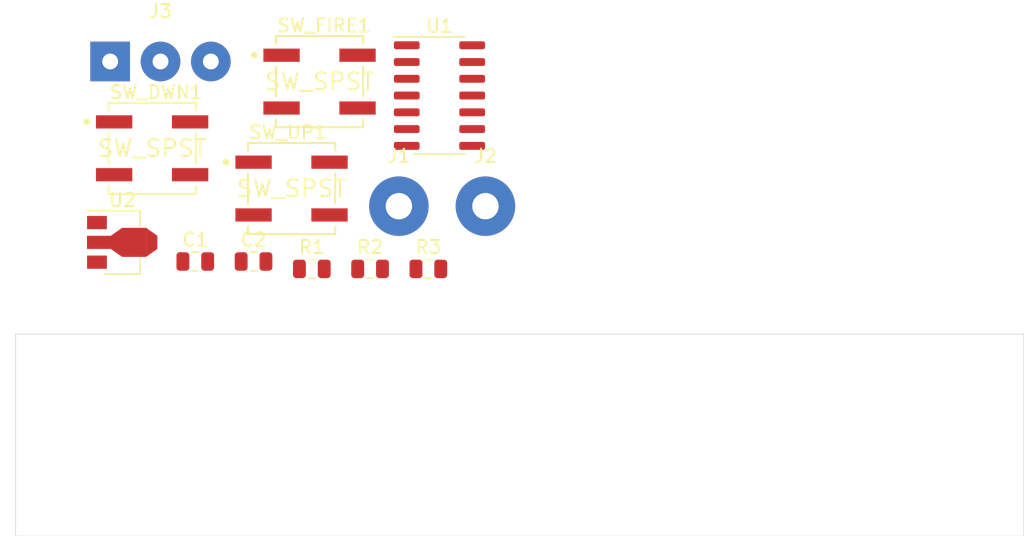
<source format=kicad_pcb>
(kicad_pcb (version 20171130) (host pcbnew "(5.1.5)-3")

  (general
    (thickness 1.6)
    (drawings 4)
    (tracks 0)
    (zones 0)
    (modules 13)
    (nets 16)
  )

  (page A4)
  (layers
    (0 F.Cu signal)
    (31 B.Cu signal)
    (32 B.Adhes user)
    (33 F.Adhes user)
    (34 B.Paste user)
    (35 F.Paste user)
    (36 B.SilkS user)
    (37 F.SilkS user)
    (38 B.Mask user)
    (39 F.Mask user)
    (40 Dwgs.User user)
    (41 Cmts.User user)
    (42 Eco1.User user)
    (43 Eco2.User user)
    (44 Edge.Cuts user)
    (45 Margin user)
    (46 B.CrtYd user)
    (47 F.CrtYd user)
    (48 B.Fab user)
    (49 F.Fab user)
  )

  (setup
    (last_trace_width 0.25)
    (trace_clearance 0.2)
    (zone_clearance 0.508)
    (zone_45_only no)
    (trace_min 0.2)
    (via_size 0.8)
    (via_drill 0.4)
    (via_min_size 0.4)
    (via_min_drill 0.3)
    (uvia_size 0.3)
    (uvia_drill 0.1)
    (uvias_allowed no)
    (uvia_min_size 0.2)
    (uvia_min_drill 0.1)
    (edge_width 0.05)
    (segment_width 0.2)
    (pcb_text_width 0.3)
    (pcb_text_size 1.5 1.5)
    (mod_edge_width 0.12)
    (mod_text_size 1 1)
    (mod_text_width 0.15)
    (pad_size 1.524 1.524)
    (pad_drill 0.762)
    (pad_to_mask_clearance 0.051)
    (solder_mask_min_width 0.25)
    (aux_axis_origin 0 0)
    (visible_elements 7FFFFFFF)
    (pcbplotparams
      (layerselection 0x010fc_ffffffff)
      (usegerberextensions false)
      (usegerberattributes false)
      (usegerberadvancedattributes false)
      (creategerberjobfile false)
      (excludeedgelayer true)
      (linewidth 0.100000)
      (plotframeref false)
      (viasonmask false)
      (mode 1)
      (useauxorigin false)
      (hpglpennumber 1)
      (hpglpenspeed 20)
      (hpglpendiameter 15.000000)
      (psnegative false)
      (psa4output false)
      (plotreference true)
      (plotvalue true)
      (plotinvisibletext false)
      (padsonsilk false)
      (subtractmaskfromsilk false)
      (outputformat 1)
      (mirror false)
      (drillshape 1)
      (scaleselection 1)
      (outputdirectory ""))
  )

  (net 0 "")
  (net 1 +8V)
  (net 2 +5V)
  (net 3 "Net-(U1-Pad3)")
  (net 4 LED)
  (net 5 "Net-(U1-Pad5)")
  (net 6 SW_DOWN)
  (net 7 "Net-(U1-Pad13)")
  (net 8 "Net-(U1-Pad8)")
  (net 9 "Net-(U1-Pad7)")
  (net 10 "Net-(U1-Pad6)")
  (net 11 "Net-(U1-Pad4)")
  (net 12 "Net-(U1-Pad2)")
  (net 13 GND)
  (net 14 SW_FIRE)
  (net 15 SW_UP)

  (net_class Default "This is the default net class."
    (clearance 0.2)
    (trace_width 0.25)
    (via_dia 0.8)
    (via_drill 0.4)
    (uvia_dia 0.3)
    (uvia_drill 0.1)
    (add_net +5V)
    (add_net +8V)
    (add_net GND)
    (add_net LED)
    (add_net "Net-(U1-Pad13)")
    (add_net "Net-(U1-Pad2)")
    (add_net "Net-(U1-Pad3)")
    (add_net "Net-(U1-Pad4)")
    (add_net "Net-(U1-Pad5)")
    (add_net "Net-(U1-Pad6)")
    (add_net "Net-(U1-Pad7)")
    (add_net "Net-(U1-Pad8)")
    (add_net SW_DOWN)
    (add_net SW_FIRE)
    (add_net SW_UP)
  )

  (module Package_TO_SOT_SMD:SOT-89-3 (layer F.Cu) (tedit 5A02FF57) (tstamp 601F2257)
    (at 24.54 35.05)
    (descr SOT-89-3)
    (tags SOT-89-3)
    (path /601A3456)
    (attr smd)
    (fp_text reference U2 (at 0.45 -3.2) (layer F.SilkS)
      (effects (font (size 1 1) (thickness 0.15)))
    )
    (fp_text value MCP1703A-3002_SOT89 (at 0.45 3.25) (layer F.Fab)
      (effects (font (size 1 1) (thickness 0.15)))
    )
    (fp_line (start -2.48 2.55) (end -2.48 -2.55) (layer F.CrtYd) (width 0.05))
    (fp_line (start -2.48 2.55) (end 3.23 2.55) (layer F.CrtYd) (width 0.05))
    (fp_line (start 3.23 -2.55) (end -2.48 -2.55) (layer F.CrtYd) (width 0.05))
    (fp_line (start 3.23 -2.55) (end 3.23 2.55) (layer F.CrtYd) (width 0.05))
    (fp_line (start -0.13 -2.3) (end 1.68 -2.3) (layer F.Fab) (width 0.1))
    (fp_line (start -0.92 2.3) (end -0.92 -1.51) (layer F.Fab) (width 0.1))
    (fp_line (start 1.68 2.3) (end -0.92 2.3) (layer F.Fab) (width 0.1))
    (fp_line (start 1.68 -2.3) (end 1.68 2.3) (layer F.Fab) (width 0.1))
    (fp_line (start -0.92 -1.51) (end -0.13 -2.3) (layer F.Fab) (width 0.1))
    (fp_line (start 1.78 -2.4) (end 1.78 -1.2) (layer F.SilkS) (width 0.12))
    (fp_line (start -2.22 -2.4) (end 1.78 -2.4) (layer F.SilkS) (width 0.12))
    (fp_line (start 1.78 2.4) (end -0.92 2.4) (layer F.SilkS) (width 0.12))
    (fp_line (start 1.78 1.2) (end 1.78 2.4) (layer F.SilkS) (width 0.12))
    (fp_text user %R (at 0.38 0 90) (layer F.Fab)
      (effects (font (size 0.6 0.6) (thickness 0.09)))
    )
    (pad 2 smd trapezoid (at -0.0762 0 90) (size 1.5 1) (rect_delta 0 0.7 ) (layers F.Cu F.Paste F.Mask)
      (net 1 +8V))
    (pad 2 smd rect (at 1.3335 0 270) (size 2.2 1.84) (layers F.Cu F.Paste F.Mask)
      (net 1 +8V))
    (pad 3 smd rect (at -1.48 1.5 270) (size 1 1.5) (layers F.Cu F.Paste F.Mask)
      (net 2 +5V))
    (pad 2 smd rect (at -1.3335 0 270) (size 1 1.8) (layers F.Cu F.Paste F.Mask)
      (net 1 +8V))
    (pad 1 smd rect (at -1.48 -1.5 270) (size 1 1.5) (layers F.Cu F.Paste F.Mask)
      (net 13 GND))
    (pad 2 smd trapezoid (at 2.667 0 270) (size 1.6 0.85) (rect_delta 0 0.6 ) (layers F.Cu F.Paste F.Mask)
      (net 1 +8V))
    (model ${KISYS3DMOD}/Package_TO_SOT_SMD.3dshapes/SOT-89-3.wrl
      (at (xyz 0 0 0))
      (scale (xyz 1 1 1))
      (rotate (xyz 0 0 0))
    )
  )

  (module Package_SO:SOIC-14_3.9x8.7mm_P1.27mm (layer F.Cu) (tedit 5D9F72B1) (tstamp 601F223F)
    (at 48.98 23.93)
    (descr "SOIC, 14 Pin (JEDEC MS-012AB, https://www.analog.com/media/en/package-pcb-resources/package/pkg_pdf/soic_narrow-r/r_14.pdf), generated with kicad-footprint-generator ipc_gullwing_generator.py")
    (tags "SOIC SO")
    (path /602372CD)
    (attr smd)
    (fp_text reference U1 (at 0 -5.28) (layer F.SilkS)
      (effects (font (size 1 1) (thickness 0.15)))
    )
    (fp_text value ATtiny84A-SSU (at 0 5.28) (layer F.Fab)
      (effects (font (size 1 1) (thickness 0.15)))
    )
    (fp_text user %R (at 0 0) (layer F.Fab)
      (effects (font (size 0.98 0.98) (thickness 0.15)))
    )
    (fp_line (start 3.7 -4.58) (end -3.7 -4.58) (layer F.CrtYd) (width 0.05))
    (fp_line (start 3.7 4.58) (end 3.7 -4.58) (layer F.CrtYd) (width 0.05))
    (fp_line (start -3.7 4.58) (end 3.7 4.58) (layer F.CrtYd) (width 0.05))
    (fp_line (start -3.7 -4.58) (end -3.7 4.58) (layer F.CrtYd) (width 0.05))
    (fp_line (start -1.95 -3.35) (end -0.975 -4.325) (layer F.Fab) (width 0.1))
    (fp_line (start -1.95 4.325) (end -1.95 -3.35) (layer F.Fab) (width 0.1))
    (fp_line (start 1.95 4.325) (end -1.95 4.325) (layer F.Fab) (width 0.1))
    (fp_line (start 1.95 -4.325) (end 1.95 4.325) (layer F.Fab) (width 0.1))
    (fp_line (start -0.975 -4.325) (end 1.95 -4.325) (layer F.Fab) (width 0.1))
    (fp_line (start 0 -4.435) (end -3.45 -4.435) (layer F.SilkS) (width 0.12))
    (fp_line (start 0 -4.435) (end 1.95 -4.435) (layer F.SilkS) (width 0.12))
    (fp_line (start 0 4.435) (end -1.95 4.435) (layer F.SilkS) (width 0.12))
    (fp_line (start 0 4.435) (end 1.95 4.435) (layer F.SilkS) (width 0.12))
    (pad 14 smd roundrect (at 2.475 -3.81) (size 1.95 0.6) (layers F.Cu F.Paste F.Mask) (roundrect_rratio 0.25)
      (net 13 GND))
    (pad 13 smd roundrect (at 2.475 -2.54) (size 1.95 0.6) (layers F.Cu F.Paste F.Mask) (roundrect_rratio 0.25)
      (net 7 "Net-(U1-Pad13)"))
    (pad 12 smd roundrect (at 2.475 -1.27) (size 1.95 0.6) (layers F.Cu F.Paste F.Mask) (roundrect_rratio 0.25)
      (net 14 SW_FIRE))
    (pad 11 smd roundrect (at 2.475 0) (size 1.95 0.6) (layers F.Cu F.Paste F.Mask) (roundrect_rratio 0.25)
      (net 15 SW_UP))
    (pad 10 smd roundrect (at 2.475 1.27) (size 1.95 0.6) (layers F.Cu F.Paste F.Mask) (roundrect_rratio 0.25)
      (net 6 SW_DOWN))
    (pad 9 smd roundrect (at 2.475 2.54) (size 1.95 0.6) (layers F.Cu F.Paste F.Mask) (roundrect_rratio 0.25)
      (net 4 LED))
    (pad 8 smd roundrect (at 2.475 3.81) (size 1.95 0.6) (layers F.Cu F.Paste F.Mask) (roundrect_rratio 0.25)
      (net 8 "Net-(U1-Pad8)"))
    (pad 7 smd roundrect (at -2.475 3.81) (size 1.95 0.6) (layers F.Cu F.Paste F.Mask) (roundrect_rratio 0.25)
      (net 9 "Net-(U1-Pad7)"))
    (pad 6 smd roundrect (at -2.475 2.54) (size 1.95 0.6) (layers F.Cu F.Paste F.Mask) (roundrect_rratio 0.25)
      (net 10 "Net-(U1-Pad6)"))
    (pad 5 smd roundrect (at -2.475 1.27) (size 1.95 0.6) (layers F.Cu F.Paste F.Mask) (roundrect_rratio 0.25)
      (net 5 "Net-(U1-Pad5)"))
    (pad 4 smd roundrect (at -2.475 0) (size 1.95 0.6) (layers F.Cu F.Paste F.Mask) (roundrect_rratio 0.25)
      (net 11 "Net-(U1-Pad4)"))
    (pad 3 smd roundrect (at -2.475 -1.27) (size 1.95 0.6) (layers F.Cu F.Paste F.Mask) (roundrect_rratio 0.25)
      (net 3 "Net-(U1-Pad3)"))
    (pad 2 smd roundrect (at -2.475 -2.54) (size 1.95 0.6) (layers F.Cu F.Paste F.Mask) (roundrect_rratio 0.25)
      (net 12 "Net-(U1-Pad2)"))
    (pad 1 smd roundrect (at -2.475 -3.81) (size 1.95 0.6) (layers F.Cu F.Paste F.Mask) (roundrect_rratio 0.25)
      (net 2 +5V))
    (model ${KISYS3DMOD}/Package_SO.3dshapes/SOIC-14_3.9x8.7mm_P1.27mm.wrl
      (at (xyz 0 0 0))
      (scale (xyz 1 1 1))
      (rotate (xyz 0 0 0))
    )
  )

  (module Button_Switch_SMD:Omron-B3SL-1005P-MFG (layer F.Cu) (tedit 6019D338) (tstamp 601F221F)
    (at 37.785 30.975)
    (path /601C4455)
    (fp_text reference SW_UP1 (at -3.3 -4.25) (layer F.SilkS)
      (effects (font (size 1 1) (thickness 0.15)) (justify left))
    )
    (fp_text value SW_SPST (at 0 0) (layer F.SilkS)
      (effects (font (size 1.27 1.27) (thickness 0.15)))
    )
    (fp_line (start -3.3 3.45) (end -3.3 -3.45) (layer F.Fab) (width 0.15))
    (fp_line (start -3.3 -3.45) (end 3.3 -3.45) (layer F.Fab) (width 0.15))
    (fp_line (start 3.3 -3.45) (end 3.3 3.45) (layer F.Fab) (width 0.15))
    (fp_line (start 3.3 3.45) (end -3.3 3.45) (layer F.Fab) (width 0.15))
    (fp_line (start -3.3 -3.45) (end 3.3 -3.45) (layer F.SilkS) (width 0.15))
    (fp_line (start 3.3 3.45) (end 3.3 2.875) (layer F.SilkS) (width 0.15))
    (fp_line (start 3.3 1.125) (end 3.3 -1.125) (layer F.SilkS) (width 0.15))
    (fp_line (start 3.3 -2.875) (end 3.3 -3.45) (layer F.SilkS) (width 0.15))
    (fp_line (start -3.3 3.45) (end 3.3 3.45) (layer F.SilkS) (width 0.15))
    (fp_line (start -3.3 3.45) (end -3.3 2.875) (layer F.SilkS) (width 0.15))
    (fp_line (start -3.3 1.125) (end -3.3 -1.125) (layer F.SilkS) (width 0.15))
    (fp_line (start -3.3 -2.875) (end -3.3 -3.45) (layer F.SilkS) (width 0.15))
    (fp_circle (center -4.95 -2) (end -4.825 -2) (layer F.SilkS) (width 0.25))
    (fp_line (start 4.275 -3.475) (end 4.275 -3.475) (layer F.CrtYd) (width 0.15))
    (fp_line (start 4.275 -3.475) (end -4.275 -3.475) (layer F.CrtYd) (width 0.15))
    (fp_line (start -4.275 -3.475) (end -4.275 3.475) (layer F.CrtYd) (width 0.15))
    (fp_line (start -4.275 3.475) (end 4.275 3.475) (layer F.CrtYd) (width 0.15))
    (fp_line (start 4.275 3.475) (end 4.275 -3.475) (layer F.CrtYd) (width 0.15))
    (pad 1 smd rect (at -2.875 -2) (size 2.75 1) (layers F.Cu F.Paste F.Mask)
      (net 15 SW_UP))
    (pad 1 smd rect (at 2.875 -2) (size 2.75 1) (layers F.Cu F.Paste F.Mask)
      (net 15 SW_UP))
    (pad 2 smd rect (at -2.875 2) (size 2.75 1) (layers F.Cu F.Paste F.Mask)
      (net 2 +5V))
    (pad 2 smd rect (at 2.875 2) (size 2.75 1) (layers F.Cu F.Paste F.Mask)
      (net 2 +5V))
    (model eec.models/Omron_-_B3SL-1005P.step
      (at (xyz 0 0 0))
      (scale (xyz 1 1 1))
      (rotate (xyz 0 0 0))
    )
    (model ${KISYS3DMOD}/Custom.3dshapes/Omron_-_B3SL-1005P.step
      (at (xyz 0 0 0))
      (scale (xyz 1 1 1))
      (rotate (xyz 0 0 0))
    )
  )

  (module Button_Switch_SMD:Omron-B3SL-1005P-MFG (layer F.Cu) (tedit 6019D338) (tstamp 601F2205)
    (at 39.905 22.875)
    (path /601EBA9D)
    (fp_text reference SW_FIRE1 (at -3.3 -4.25) (layer F.SilkS)
      (effects (font (size 1 1) (thickness 0.15)) (justify left))
    )
    (fp_text value SW_SPST (at 0 0) (layer F.SilkS)
      (effects (font (size 1.27 1.27) (thickness 0.15)))
    )
    (fp_line (start -3.3 3.45) (end -3.3 -3.45) (layer F.Fab) (width 0.15))
    (fp_line (start -3.3 -3.45) (end 3.3 -3.45) (layer F.Fab) (width 0.15))
    (fp_line (start 3.3 -3.45) (end 3.3 3.45) (layer F.Fab) (width 0.15))
    (fp_line (start 3.3 3.45) (end -3.3 3.45) (layer F.Fab) (width 0.15))
    (fp_line (start -3.3 -3.45) (end 3.3 -3.45) (layer F.SilkS) (width 0.15))
    (fp_line (start 3.3 3.45) (end 3.3 2.875) (layer F.SilkS) (width 0.15))
    (fp_line (start 3.3 1.125) (end 3.3 -1.125) (layer F.SilkS) (width 0.15))
    (fp_line (start 3.3 -2.875) (end 3.3 -3.45) (layer F.SilkS) (width 0.15))
    (fp_line (start -3.3 3.45) (end 3.3 3.45) (layer F.SilkS) (width 0.15))
    (fp_line (start -3.3 3.45) (end -3.3 2.875) (layer F.SilkS) (width 0.15))
    (fp_line (start -3.3 1.125) (end -3.3 -1.125) (layer F.SilkS) (width 0.15))
    (fp_line (start -3.3 -2.875) (end -3.3 -3.45) (layer F.SilkS) (width 0.15))
    (fp_circle (center -4.95 -2) (end -4.825 -2) (layer F.SilkS) (width 0.25))
    (fp_line (start 4.275 -3.475) (end 4.275 -3.475) (layer F.CrtYd) (width 0.15))
    (fp_line (start 4.275 -3.475) (end -4.275 -3.475) (layer F.CrtYd) (width 0.15))
    (fp_line (start -4.275 -3.475) (end -4.275 3.475) (layer F.CrtYd) (width 0.15))
    (fp_line (start -4.275 3.475) (end 4.275 3.475) (layer F.CrtYd) (width 0.15))
    (fp_line (start 4.275 3.475) (end 4.275 -3.475) (layer F.CrtYd) (width 0.15))
    (pad 1 smd rect (at -2.875 -2) (size 2.75 1) (layers F.Cu F.Paste F.Mask)
      (net 14 SW_FIRE))
    (pad 1 smd rect (at 2.875 -2) (size 2.75 1) (layers F.Cu F.Paste F.Mask)
      (net 14 SW_FIRE))
    (pad 2 smd rect (at -2.875 2) (size 2.75 1) (layers F.Cu F.Paste F.Mask)
      (net 2 +5V))
    (pad 2 smd rect (at 2.875 2) (size 2.75 1) (layers F.Cu F.Paste F.Mask)
      (net 2 +5V))
    (model eec.models/Omron_-_B3SL-1005P.step
      (at (xyz 0 0 0))
      (scale (xyz 1 1 1))
      (rotate (xyz 0 0 0))
    )
    (model ${KISYS3DMOD}/Custom.3dshapes/Omron_-_B3SL-1005P.step
      (at (xyz 0 0 0))
      (scale (xyz 1 1 1))
      (rotate (xyz 0 0 0))
    )
  )

  (module Button_Switch_SMD:Omron-B3SL-1005P-MFG (layer F.Cu) (tedit 6019D338) (tstamp 601F21EB)
    (at 27.235 27.925)
    (path /601CB2FA)
    (fp_text reference SW_DWN1 (at -3.3 -4.25) (layer F.SilkS)
      (effects (font (size 1 1) (thickness 0.15)) (justify left))
    )
    (fp_text value SW_SPST (at 0 0) (layer F.SilkS)
      (effects (font (size 1.27 1.27) (thickness 0.15)))
    )
    (fp_line (start -3.3 3.45) (end -3.3 -3.45) (layer F.Fab) (width 0.15))
    (fp_line (start -3.3 -3.45) (end 3.3 -3.45) (layer F.Fab) (width 0.15))
    (fp_line (start 3.3 -3.45) (end 3.3 3.45) (layer F.Fab) (width 0.15))
    (fp_line (start 3.3 3.45) (end -3.3 3.45) (layer F.Fab) (width 0.15))
    (fp_line (start -3.3 -3.45) (end 3.3 -3.45) (layer F.SilkS) (width 0.15))
    (fp_line (start 3.3 3.45) (end 3.3 2.875) (layer F.SilkS) (width 0.15))
    (fp_line (start 3.3 1.125) (end 3.3 -1.125) (layer F.SilkS) (width 0.15))
    (fp_line (start 3.3 -2.875) (end 3.3 -3.45) (layer F.SilkS) (width 0.15))
    (fp_line (start -3.3 3.45) (end 3.3 3.45) (layer F.SilkS) (width 0.15))
    (fp_line (start -3.3 3.45) (end -3.3 2.875) (layer F.SilkS) (width 0.15))
    (fp_line (start -3.3 1.125) (end -3.3 -1.125) (layer F.SilkS) (width 0.15))
    (fp_line (start -3.3 -2.875) (end -3.3 -3.45) (layer F.SilkS) (width 0.15))
    (fp_circle (center -4.95 -2) (end -4.825 -2) (layer F.SilkS) (width 0.25))
    (fp_line (start 4.275 -3.475) (end 4.275 -3.475) (layer F.CrtYd) (width 0.15))
    (fp_line (start 4.275 -3.475) (end -4.275 -3.475) (layer F.CrtYd) (width 0.15))
    (fp_line (start -4.275 -3.475) (end -4.275 3.475) (layer F.CrtYd) (width 0.15))
    (fp_line (start -4.275 3.475) (end 4.275 3.475) (layer F.CrtYd) (width 0.15))
    (fp_line (start 4.275 3.475) (end 4.275 -3.475) (layer F.CrtYd) (width 0.15))
    (pad 1 smd rect (at -2.875 -2) (size 2.75 1) (layers F.Cu F.Paste F.Mask)
      (net 6 SW_DOWN))
    (pad 1 smd rect (at 2.875 -2) (size 2.75 1) (layers F.Cu F.Paste F.Mask)
      (net 6 SW_DOWN))
    (pad 2 smd rect (at -2.875 2) (size 2.75 1) (layers F.Cu F.Paste F.Mask)
      (net 2 +5V))
    (pad 2 smd rect (at 2.875 2) (size 2.75 1) (layers F.Cu F.Paste F.Mask)
      (net 2 +5V))
    (model eec.models/Omron_-_B3SL-1005P.step
      (at (xyz 0 0 0))
      (scale (xyz 1 1 1))
      (rotate (xyz 0 0 0))
    )
    (model ${KISYS3DMOD}/Custom.3dshapes/Omron_-_B3SL-1005P.step
      (at (xyz 0 0 0))
      (scale (xyz 1 1 1))
      (rotate (xyz 0 0 0))
    )
  )

  (module Resistor_SMD:R_0805_2012Metric (layer F.Cu) (tedit 5B36C52B) (tstamp 601F21D1)
    (at 48.14 37.06)
    (descr "Resistor SMD 0805 (2012 Metric), square (rectangular) end terminal, IPC_7351 nominal, (Body size source: https://docs.google.com/spreadsheets/d/1BsfQQcO9C6DZCsRaXUlFlo91Tg2WpOkGARC1WS5S8t0/edit?usp=sharing), generated with kicad-footprint-generator")
    (tags resistor)
    (path /60243E9F)
    (attr smd)
    (fp_text reference R3 (at 0 -1.65) (layer F.SilkS)
      (effects (font (size 1 1) (thickness 0.15)))
    )
    (fp_text value 10k (at 0 1.65) (layer F.Fab)
      (effects (font (size 1 1) (thickness 0.15)))
    )
    (fp_text user %R (at 0 0) (layer F.Fab)
      (effects (font (size 0.5 0.5) (thickness 0.08)))
    )
    (fp_line (start 1.68 0.95) (end -1.68 0.95) (layer F.CrtYd) (width 0.05))
    (fp_line (start 1.68 -0.95) (end 1.68 0.95) (layer F.CrtYd) (width 0.05))
    (fp_line (start -1.68 -0.95) (end 1.68 -0.95) (layer F.CrtYd) (width 0.05))
    (fp_line (start -1.68 0.95) (end -1.68 -0.95) (layer F.CrtYd) (width 0.05))
    (fp_line (start -0.258578 0.71) (end 0.258578 0.71) (layer F.SilkS) (width 0.12))
    (fp_line (start -0.258578 -0.71) (end 0.258578 -0.71) (layer F.SilkS) (width 0.12))
    (fp_line (start 1 0.6) (end -1 0.6) (layer F.Fab) (width 0.1))
    (fp_line (start 1 -0.6) (end 1 0.6) (layer F.Fab) (width 0.1))
    (fp_line (start -1 -0.6) (end 1 -0.6) (layer F.Fab) (width 0.1))
    (fp_line (start -1 0.6) (end -1 -0.6) (layer F.Fab) (width 0.1))
    (pad 2 smd roundrect (at 0.9375 0) (size 0.975 1.4) (layers F.Cu F.Paste F.Mask) (roundrect_rratio 0.25)
      (net 15 SW_UP))
    (pad 1 smd roundrect (at -0.9375 0) (size 0.975 1.4) (layers F.Cu F.Paste F.Mask) (roundrect_rratio 0.25)
      (net 13 GND))
    (model ${KISYS3DMOD}/Resistor_SMD.3dshapes/R_0805_2012Metric.wrl
      (at (xyz 0 0 0))
      (scale (xyz 1 1 1))
      (rotate (xyz 0 0 0))
    )
  )

  (module Resistor_SMD:R_0805_2012Metric (layer F.Cu) (tedit 5B36C52B) (tstamp 601F21C0)
    (at 43.73 37.06)
    (descr "Resistor SMD 0805 (2012 Metric), square (rectangular) end terminal, IPC_7351 nominal, (Body size source: https://docs.google.com/spreadsheets/d/1BsfQQcO9C6DZCsRaXUlFlo91Tg2WpOkGARC1WS5S8t0/edit?usp=sharing), generated with kicad-footprint-generator")
    (tags resistor)
    (path /6024335F)
    (attr smd)
    (fp_text reference R2 (at 0 -1.65) (layer F.SilkS)
      (effects (font (size 1 1) (thickness 0.15)))
    )
    (fp_text value 10k (at 0 1.65) (layer F.Fab)
      (effects (font (size 1 1) (thickness 0.15)))
    )
    (fp_text user %R (at 0 0) (layer F.Fab)
      (effects (font (size 0.5 0.5) (thickness 0.08)))
    )
    (fp_line (start 1.68 0.95) (end -1.68 0.95) (layer F.CrtYd) (width 0.05))
    (fp_line (start 1.68 -0.95) (end 1.68 0.95) (layer F.CrtYd) (width 0.05))
    (fp_line (start -1.68 -0.95) (end 1.68 -0.95) (layer F.CrtYd) (width 0.05))
    (fp_line (start -1.68 0.95) (end -1.68 -0.95) (layer F.CrtYd) (width 0.05))
    (fp_line (start -0.258578 0.71) (end 0.258578 0.71) (layer F.SilkS) (width 0.12))
    (fp_line (start -0.258578 -0.71) (end 0.258578 -0.71) (layer F.SilkS) (width 0.12))
    (fp_line (start 1 0.6) (end -1 0.6) (layer F.Fab) (width 0.1))
    (fp_line (start 1 -0.6) (end 1 0.6) (layer F.Fab) (width 0.1))
    (fp_line (start -1 -0.6) (end 1 -0.6) (layer F.Fab) (width 0.1))
    (fp_line (start -1 0.6) (end -1 -0.6) (layer F.Fab) (width 0.1))
    (pad 2 smd roundrect (at 0.9375 0) (size 0.975 1.4) (layers F.Cu F.Paste F.Mask) (roundrect_rratio 0.25)
      (net 14 SW_FIRE))
    (pad 1 smd roundrect (at -0.9375 0) (size 0.975 1.4) (layers F.Cu F.Paste F.Mask) (roundrect_rratio 0.25)
      (net 13 GND))
    (model ${KISYS3DMOD}/Resistor_SMD.3dshapes/R_0805_2012Metric.wrl
      (at (xyz 0 0 0))
      (scale (xyz 1 1 1))
      (rotate (xyz 0 0 0))
    )
  )

  (module Resistor_SMD:R_0805_2012Metric (layer F.Cu) (tedit 5B36C52B) (tstamp 601F21AF)
    (at 39.32 37.06)
    (descr "Resistor SMD 0805 (2012 Metric), square (rectangular) end terminal, IPC_7351 nominal, (Body size source: https://docs.google.com/spreadsheets/d/1BsfQQcO9C6DZCsRaXUlFlo91Tg2WpOkGARC1WS5S8t0/edit?usp=sharing), generated with kicad-footprint-generator")
    (tags resistor)
    (path /6020FA52)
    (attr smd)
    (fp_text reference R1 (at 0 -1.65) (layer F.SilkS)
      (effects (font (size 1 1) (thickness 0.15)))
    )
    (fp_text value 10k (at 0 1.65) (layer F.Fab)
      (effects (font (size 1 1) (thickness 0.15)))
    )
    (fp_text user %R (at 0 0) (layer F.Fab)
      (effects (font (size 0.5 0.5) (thickness 0.08)))
    )
    (fp_line (start 1.68 0.95) (end -1.68 0.95) (layer F.CrtYd) (width 0.05))
    (fp_line (start 1.68 -0.95) (end 1.68 0.95) (layer F.CrtYd) (width 0.05))
    (fp_line (start -1.68 -0.95) (end 1.68 -0.95) (layer F.CrtYd) (width 0.05))
    (fp_line (start -1.68 0.95) (end -1.68 -0.95) (layer F.CrtYd) (width 0.05))
    (fp_line (start -0.258578 0.71) (end 0.258578 0.71) (layer F.SilkS) (width 0.12))
    (fp_line (start -0.258578 -0.71) (end 0.258578 -0.71) (layer F.SilkS) (width 0.12))
    (fp_line (start 1 0.6) (end -1 0.6) (layer F.Fab) (width 0.1))
    (fp_line (start 1 -0.6) (end 1 0.6) (layer F.Fab) (width 0.1))
    (fp_line (start -1 -0.6) (end 1 -0.6) (layer F.Fab) (width 0.1))
    (fp_line (start -1 0.6) (end -1 -0.6) (layer F.Fab) (width 0.1))
    (pad 2 smd roundrect (at 0.9375 0) (size 0.975 1.4) (layers F.Cu F.Paste F.Mask) (roundrect_rratio 0.25)
      (net 6 SW_DOWN))
    (pad 1 smd roundrect (at -0.9375 0) (size 0.975 1.4) (layers F.Cu F.Paste F.Mask) (roundrect_rratio 0.25)
      (net 13 GND))
    (model ${KISYS3DMOD}/Resistor_SMD.3dshapes/R_0805_2012Metric.wrl
      (at (xyz 0 0 0))
      (scale (xyz 1 1 1))
      (rotate (xyz 0 0 0))
    )
  )

  (module Connector_Wire:SolderWirePad_1x03_P3.81mm_Drill1.2mm (layer F.Cu) (tedit 5AEE5F4D) (tstamp 601F219E)
    (at 24.06 21.35)
    (descr "Wire solder connection")
    (tags connector)
    (path /6022C26B)
    (attr virtual)
    (fp_text reference J3 (at 3.81 -3.81) (layer F.SilkS)
      (effects (font (size 1 1) (thickness 0.15)))
    )
    (fp_text value Conn_01x03_Male (at 3.81 3.81) (layer F.Fab)
      (effects (font (size 1 1) (thickness 0.15)))
    )
    (fp_line (start 9.62 2) (end -2 2) (layer F.CrtYd) (width 0.05))
    (fp_line (start 9.62 2) (end 9.62 -2) (layer F.CrtYd) (width 0.05))
    (fp_line (start -2 -2) (end -2 2) (layer F.CrtYd) (width 0.05))
    (fp_line (start -2 -2) (end 9.62 -2) (layer F.CrtYd) (width 0.05))
    (fp_text user %R (at 3.81 0) (layer F.Fab)
      (effects (font (size 1 1) (thickness 0.15)))
    )
    (pad 3 thru_hole circle (at 7.62 0) (size 2.99974 2.99974) (drill 1.19888) (layers *.Cu *.Mask)
      (net 2 +5V))
    (pad 2 thru_hole circle (at 3.81 0) (size 2.99974 2.99974) (drill 1.19888) (layers *.Cu *.Mask)
      (net 4 LED))
    (pad 1 thru_hole rect (at 0 0) (size 2.99974 2.99974) (drill 1.19888) (layers *.Cu *.Mask)
      (net 13 GND))
  )

  (module Connector_Wire:SolderWirePad_1x01_Drill2mm (layer F.Cu) (tedit 5AEE5ED2) (tstamp 601F2192)
    (at 52.46 32.31)
    (descr "Wire solder connection")
    (tags connector)
    (path /601AFEF6)
    (attr virtual)
    (fp_text reference J2 (at 0 -3.81) (layer F.SilkS)
      (effects (font (size 1 1) (thickness 0.15)))
    )
    (fp_text value Conn_01x01_Male (at 0 3.81) (layer F.Fab)
      (effects (font (size 1 1) (thickness 0.15)))
    )
    (fp_line (start 2.75 2.75) (end -2.75 2.75) (layer F.CrtYd) (width 0.05))
    (fp_line (start 2.75 2.75) (end 2.75 -2.75) (layer F.CrtYd) (width 0.05))
    (fp_line (start -2.75 -2.75) (end -2.75 2.75) (layer F.CrtYd) (width 0.05))
    (fp_line (start -2.75 -2.75) (end 2.75 -2.75) (layer F.CrtYd) (width 0.05))
    (fp_text user %R (at 0 0) (layer F.Fab)
      (effects (font (size 1 1) (thickness 0.15)))
    )
    (pad 1 thru_hole circle (at 0 0) (size 4.50088 4.50088) (drill 1.99898) (layers *.Cu *.Mask)
      (net 1 +8V))
  )

  (module Connector_Wire:SolderWirePad_1x01_Drill2mm (layer F.Cu) (tedit 5AEE5ED2) (tstamp 601F2188)
    (at 45.91 32.31)
    (descr "Wire solder connection")
    (tags connector)
    (path /601AD603)
    (attr virtual)
    (fp_text reference J1 (at 0 -3.81) (layer F.SilkS)
      (effects (font (size 1 1) (thickness 0.15)))
    )
    (fp_text value Conn_01x01_Male (at 0 3.81) (layer F.Fab)
      (effects (font (size 1 1) (thickness 0.15)))
    )
    (fp_line (start 2.75 2.75) (end -2.75 2.75) (layer F.CrtYd) (width 0.05))
    (fp_line (start 2.75 2.75) (end 2.75 -2.75) (layer F.CrtYd) (width 0.05))
    (fp_line (start -2.75 -2.75) (end -2.75 2.75) (layer F.CrtYd) (width 0.05))
    (fp_line (start -2.75 -2.75) (end 2.75 -2.75) (layer F.CrtYd) (width 0.05))
    (fp_text user %R (at 0 0) (layer F.Fab)
      (effects (font (size 1 1) (thickness 0.15)))
    )
    (pad 1 thru_hole circle (at 0 0) (size 4.50088 4.50088) (drill 1.99898) (layers *.Cu *.Mask)
      (net 13 GND))
  )

  (module Capacitor_SMD:C_0805_2012Metric (layer F.Cu) (tedit 5B36C52B) (tstamp 601F217E)
    (at 34.91 36.5)
    (descr "Capacitor SMD 0805 (2012 Metric), square (rectangular) end terminal, IPC_7351 nominal, (Body size source: https://docs.google.com/spreadsheets/d/1BsfQQcO9C6DZCsRaXUlFlo91Tg2WpOkGARC1WS5S8t0/edit?usp=sharing), generated with kicad-footprint-generator")
    (tags capacitor)
    (path /601A85EF)
    (attr smd)
    (fp_text reference C2 (at 0 -1.65) (layer F.SilkS)
      (effects (font (size 1 1) (thickness 0.15)))
    )
    (fp_text value 1uF (at 0 1.65) (layer F.Fab)
      (effects (font (size 1 1) (thickness 0.15)))
    )
    (fp_text user %R (at 0 0) (layer F.Fab)
      (effects (font (size 0.5 0.5) (thickness 0.08)))
    )
    (fp_line (start 1.68 0.95) (end -1.68 0.95) (layer F.CrtYd) (width 0.05))
    (fp_line (start 1.68 -0.95) (end 1.68 0.95) (layer F.CrtYd) (width 0.05))
    (fp_line (start -1.68 -0.95) (end 1.68 -0.95) (layer F.CrtYd) (width 0.05))
    (fp_line (start -1.68 0.95) (end -1.68 -0.95) (layer F.CrtYd) (width 0.05))
    (fp_line (start -0.258578 0.71) (end 0.258578 0.71) (layer F.SilkS) (width 0.12))
    (fp_line (start -0.258578 -0.71) (end 0.258578 -0.71) (layer F.SilkS) (width 0.12))
    (fp_line (start 1 0.6) (end -1 0.6) (layer F.Fab) (width 0.1))
    (fp_line (start 1 -0.6) (end 1 0.6) (layer F.Fab) (width 0.1))
    (fp_line (start -1 -0.6) (end 1 -0.6) (layer F.Fab) (width 0.1))
    (fp_line (start -1 0.6) (end -1 -0.6) (layer F.Fab) (width 0.1))
    (pad 2 smd roundrect (at 0.9375 0) (size 0.975 1.4) (layers F.Cu F.Paste F.Mask) (roundrect_rratio 0.25)
      (net 13 GND))
    (pad 1 smd roundrect (at -0.9375 0) (size 0.975 1.4) (layers F.Cu F.Paste F.Mask) (roundrect_rratio 0.25)
      (net 2 +5V))
    (model ${KISYS3DMOD}/Capacitor_SMD.3dshapes/C_0805_2012Metric.wrl
      (at (xyz 0 0 0))
      (scale (xyz 1 1 1))
      (rotate (xyz 0 0 0))
    )
  )

  (module Capacitor_SMD:C_0805_2012Metric (layer F.Cu) (tedit 5B36C52B) (tstamp 601F216D)
    (at 30.5 36.5)
    (descr "Capacitor SMD 0805 (2012 Metric), square (rectangular) end terminal, IPC_7351 nominal, (Body size source: https://docs.google.com/spreadsheets/d/1BsfQQcO9C6DZCsRaXUlFlo91Tg2WpOkGARC1WS5S8t0/edit?usp=sharing), generated with kicad-footprint-generator")
    (tags capacitor)
    (path /601A488D)
    (attr smd)
    (fp_text reference C1 (at 0 -1.65) (layer F.SilkS)
      (effects (font (size 1 1) (thickness 0.15)))
    )
    (fp_text value 1uF (at 0 1.65) (layer F.Fab)
      (effects (font (size 1 1) (thickness 0.15)))
    )
    (fp_text user %R (at 0 0) (layer F.Fab)
      (effects (font (size 0.5 0.5) (thickness 0.08)))
    )
    (fp_line (start 1.68 0.95) (end -1.68 0.95) (layer F.CrtYd) (width 0.05))
    (fp_line (start 1.68 -0.95) (end 1.68 0.95) (layer F.CrtYd) (width 0.05))
    (fp_line (start -1.68 -0.95) (end 1.68 -0.95) (layer F.CrtYd) (width 0.05))
    (fp_line (start -1.68 0.95) (end -1.68 -0.95) (layer F.CrtYd) (width 0.05))
    (fp_line (start -0.258578 0.71) (end 0.258578 0.71) (layer F.SilkS) (width 0.12))
    (fp_line (start -0.258578 -0.71) (end 0.258578 -0.71) (layer F.SilkS) (width 0.12))
    (fp_line (start 1 0.6) (end -1 0.6) (layer F.Fab) (width 0.1))
    (fp_line (start 1 -0.6) (end 1 0.6) (layer F.Fab) (width 0.1))
    (fp_line (start -1 -0.6) (end 1 -0.6) (layer F.Fab) (width 0.1))
    (fp_line (start -1 0.6) (end -1 -0.6) (layer F.Fab) (width 0.1))
    (pad 2 smd roundrect (at 0.9375 0) (size 0.975 1.4) (layers F.Cu F.Paste F.Mask) (roundrect_rratio 0.25)
      (net 13 GND))
    (pad 1 smd roundrect (at -0.9375 0) (size 0.975 1.4) (layers F.Cu F.Paste F.Mask) (roundrect_rratio 0.25)
      (net 1 +8V))
    (model ${KISYS3DMOD}/Capacitor_SMD.3dshapes/C_0805_2012Metric.wrl
      (at (xyz 0 0 0))
      (scale (xyz 1 1 1))
      (rotate (xyz 0 0 0))
    )
  )

  (gr_line (start 16.9 57.3) (end 16.9 42) (layer Edge.Cuts) (width 0.05) (tstamp 602961CC))
  (gr_line (start 93.2 57.3) (end 16.9 57.3) (layer Edge.Cuts) (width 0.05))
  (gr_line (start 93.2 42) (end 93.2 57.3) (layer Edge.Cuts) (width 0.05))
  (gr_line (start 16.9 42) (end 93.2 42) (layer Edge.Cuts) (width 0.05))

)

</source>
